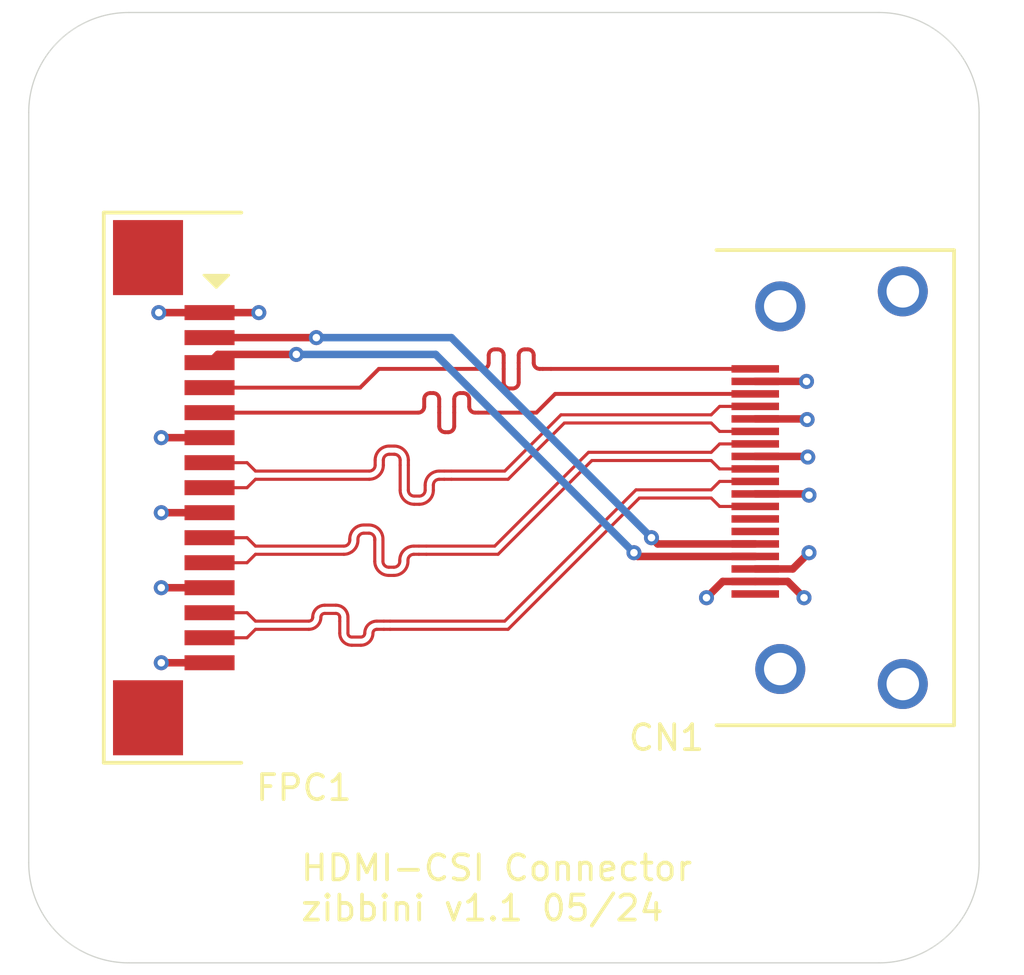
<source format=kicad_pcb>
(kicad_pcb (version 20240108) (generator "pcbnew") (generator_version "8.0")
  (layers (0 "F.Cu" signal) (1 "In1.Cu" power) (2 "In2.Cu" power) (31 "B.Cu" signal) (34 "B.Paste" user) (35 "F.Paste" user) (36 "B.SilkS" user "B.Silkscreen") (37 "F.SilkS" user "F.Silkscreen") (38 "B.Mask" user) (39 "F.Mask" user) (44 "Edge.Cuts" user))
  (net 0 "")
  (net 1 "/CAM_D0_N")
  (net 2 "GND")
  (net 3 "/CAM_D1_N")
  (net 4 "/CAM_CK_N")
  (net 5 "/CAM_SDA")
  (net 6 "+3.3V")
  (net 7 "/CAM_IO1")
  (net 8 "/CAM_D1_P")
  (net 9 "/CAM_CK_P")
  (net 10 "/CAM_D0_P")
  (net 11 "/CAM_SCL")
  (net 12 "/CAM_IO0")
  (footprint "jlcpcb:FPC-SMD_X10B25U15T" (layer "F.Cu") (at 156 69 -90)
    (property "Reference" "FPC1" (at 12 -5 180) (layer "F.SilkS"))
    (property "Value" "X10B25U15T" (hide yes))
    (fp_line (start -11 3) (end 11 3) (stroke (width 0.15)) (layer "F.SilkS"))
    (fp_line (start 11 3) (end 11 -2.5) (stroke (width 0.15)) (layer "F.SilkS"))
    (fp_line (start -11 -2.5) (end -11 3) (stroke (width 0.15)) (layer "F.SilkS"))
    (fp_poly (pts (xy -8.5 -2) (xy -8 -1.5) (xy -8.5 -1)) (stroke (width 0.1)) (fill solid) (layer "F.SilkS"))
    (pad "1" smd rect (at -7 -1.23 270) (size 0.6 2) (layers "F.Cu" "F.Paste" "F.Mask") (net 6 "+3.3V"))
    (pad "2" smd rect (at -6 -1.23 270) (size 0.6 2) (layers "F.Cu" "F.Paste" "F.Mask") (net 5 "/CAM_SDA"))
    (pad "3" smd rect (at -5 -1.23 270) (size 0.6 2) (layers "F.Cu" "F.Paste" "F.Mask") (net 11 "/CAM_SCL"))
    (pad "4" smd rect (at -4 -1.23 270) (size 0.6 2) (layers "F.Cu" "F.Paste" "F.Mask") (net 7 "/CAM_IO1"))
    (pad "5" smd rect (at -3 -1.23 270) (size 0.6 2) (layers "F.Cu" "F.Paste" "F.Mask") (net 12 "/CAM_IO0"))
    (pad "6" smd rect (at -2 -1.23 270) (size 0.6 2) (layers "F.Cu" "F.Paste" "F.Mask") (net 2 "GND"))
    (pad "7" smd rect (at -1 -1.23 270) (size 0.6 2) (layers "F.Cu" "F.Paste" "F.Mask") (net 9 "/CAM_CK_P"))
    (pad "8" smd rect (at 0 -1.23 270) (size 0.6 2) (layers "F.Cu" "F.Paste" "F.Mask") (net 4 "/CAM_CK_N"))
    (pad "9" smd rect (at 1 -1.23 270) (size 0.6 2) (layers "F.Cu" "F.Paste" "F.Mask") (net 2 "GND"))
    (pad "10" smd rect (at 2 -1.23 270) (size 0.6 2) (layers "F.Cu" "F.Paste" "F.Mask") (net 8 "/CAM_D1_P"))
    (pad "11" smd rect (at 3 -1.23 270) (size 0.6 2) (layers "F.Cu" "F.Paste" "F.Mask") (net 3 "/CAM_D1_N"))
    (pad "12" smd rect (at 4 -1.23 270) (size 0.6 2) (layers "F.Cu" "F.Paste" "F.Mask") (net 2 "GND"))
    (pad "13" smd rect (at 5 -1.23 270) (size 0.6 2) (layers "F.Cu" "F.Paste" "F.Mask") (net 10 "/CAM_D0_P"))
    (pad "14" smd rect (at 6 -1.23 270) (size 0.6 2) (layers "F.Cu" "F.Paste" "F.Mask") (net 1 "/CAM_D0_N"))
    (pad "15" smd rect (at 7 -1.23 270) (size 0.6 2) (layers "F.Cu" "F.Paste" "F.Mask") (net 2 "GND"))
    (pad "16" smd rect (at 9.2 1.23 270) (size 3 2.8) (layers "F.Cu" "F.Paste" "F.Mask"))
    (pad "17" smd rect (at -9.2 1.23 270) (size 3 2.8) (layers "F.Cu" "F.Paste" "F.Mask"))
  )
  (footprint "jlcpcb:HDMI-SMD_10029449-001RLF" (layer "F.Cu") (at 182 69 90)
    (property "Reference" "CN1" (at -10 -6.5 0) (layer "F.SilkS"))
    (property "Value" "10029449-111RLF")
    (fp_line (start 9.5 -4.5) (end 9.5 5) (stroke (width 0.15)) (layer "F.SilkS"))
    (fp_line (start -9.5 -4.5) (end -9.5 5) (stroke (width 0.15)) (layer "F.SilkS"))
    (fp_line (start -9.5 5) (end 9.5 5) (stroke (width 0.15)) (layer "F.SilkS"))
    (pad "1" smd rect (at 4.75 -2.95 270) (size 0.3 1.9) (layers "F.Cu" "F.Paste" "F.Mask") (net 7 "/CAM_IO1"))
    (pad "2" smd rect (at 4.25 -2.95 270) (size 0.3 1.9) (layers "F.Cu" "F.Paste" "F.Mask") (net 2 "GND"))
    (pad "3" smd rect (at 3.75 -2.95 270) (size 0.3 1.9) (layers "F.Cu" "F.Paste" "F.Mask") (net 12 "/CAM_IO0"))
    (pad "4" smd rect (at 3.25 -2.95 270) (size 0.3 1.9) (layers "F.Cu" "F.Paste" "F.Mask") (net 9 "/CAM_CK_P"))
    (pad "5" smd rect (at 2.75 -2.95 270) (size 0.3 1.9) (layers "F.Cu" "F.Paste" "F.Mask") (net 2 "GND"))
    (pad "6" smd rect (at 2.25 -2.95 270) (size 0.3 1.9) (layers "F.Cu" "F.Paste" "F.Mask") (net 4 "/CAM_CK_N"))
    (pad "7" smd rect (at 1.75 -2.95 270) (size 0.3 1.9) (layers "F.Cu" "F.Paste" "F.Mask") (net 8 "/CAM_D1_P"))
    (pad "8" smd rect (at 1.25 -2.95 270) (size 0.3 1.9) (layers "F.Cu" "F.Paste" "F.Mask") (net 2 "GND"))
    (pad "9" smd rect (at 0.75 -2.95 270) (size 0.3 1.9) (layers "F.Cu" "F.Paste" "F.Mask") (net 3 "/CAM_D1_N"))
    (pad "10" smd rect (at 0.25 -2.95 270) (size 0.3 1.9) (layers "F.Cu" "F.Paste" "F.Mask") (net 10 "/CAM_D0_P"))
    (pad "11" smd rect (at -0.25 -2.95 270) (size 0.3 1.9) (layers "F.Cu" "F.Paste" "F.Mask") (net 2 "GND"))
    (pad "12" smd rect (at -0.75 -2.95 270) (size 0.3 1.9) (layers "F.Cu" "F.Paste" "F.Mask") (net 1 "/CAM_D0_N"))
    (pad "13" smd rect (at -1.25 -2.95 270) (size 0.3 1.9) (layers "F.Cu" "F.Paste" "F.Mask"))
    (pad "14" smd rect (at -1.75 -2.95 270) (size 0.3 1.9) (layers "F.Cu" "F.Paste" "F.Mask"))
    (pad "15" smd rect (at -2.25 -2.95 270) (size 0.3 1.9) (layers "F.Cu" "F.Paste" "F.Mask") (net 5 "/CAM_SDA"))
    (pad "16" smd rect (at -2.75 -2.95 270) (size 0.3 1.9) (layers "F.Cu" "F.Paste" "F.Mask") (net 11 "/CAM_SCL"))
    (pad "17" smd rect (at -3.25 -2.95 270) (size 0.3 1.9) (layers "F.Cu" "F.Paste" "F.Mask") (net 2 "GND"))
    (pad "18" smd rect (at -3.75 -2.95 270) (size 0.3 1.9) (layers "F.Cu" "F.Paste" "F.Mask") (net 6 "+3.3V"))
    (pad "19" smd rect (at -4.25 -2.95 270) (size 0.3 1.9) (layers "F.Cu" "F.Paste" "F.Mask"))
    (pad "20" thru_hole circle (at -7.85 2.95 270) (size 2 2) (drill 1.300023) (layers "*.Cu" "*.Mask") (net 2 "GND"))
    (pad "20" thru_hole circle (at -7.25 -1.95 270) (size 2 2) (drill 1.300023) (layers "*.Cu" "*.Mask") (net 2 "GND"))
    (pad "20" thru_hole circle (at 7.25 -1.95 270) (size 2 2) (drill 1.300023) (layers "*.Cu" "*.Mask") (net 2 "GND"))
    (pad "20" thru_hole circle (at 7.85 2.95 270) (size 2 2) (drill 1.300023) (layers "*.Cu" "*.Mask") (net 2 "GND"))
  )
  (footprint "MountingHole:MountingHole_2.1mm" (layer "F.Cu") (at 184 54)
    (property "Reference" "H2" (hide yes))
    (property "Value" "MountingHole")
    (pad "" np_thru_hole circle (at 0 0) (size 2.1 2.1) (drill 2.1) (layers "*.Cu" "*.Mask"))
  )
  (footprint "MountingHole:MountingHole_2.1mm" (layer "F.Cu") (at 184 84)
    (property "Reference" "H3" (hide yes))
    (property "Value" "MountingHole")
    (pad "" np_thru_hole circle (at 0 0) (size 2.1 2.1) (drill 2.1) (layers "*.Cu" "*.Mask"))
  )
  (footprint "MountingHole:MountingHole_2.1mm" (layer "F.Cu") (at 154 54)
    (property "Reference" "H1" (hide yes))
    (property "Value" "MountingHole")
    (pad "" np_thru_hole circle (at 0 0) (size 2.1 2.1) (drill 2.1) (layers "*.Cu" "*.Mask"))
  )
  (footprint "MountingHole:MountingHole_2.1mm" (layer "F.Cu") (at 154 84)
    (property "Reference" "H4" (hide yes))
    (property "Value" "MountingHole")
    (pad "" np_thru_hole circle (at 0 0) (size 2.1 2.1) (drill 2.1) (layers "*.Cu" "*.Mask"))
  )
  (gr_line (start 188 84) (end 188 54) (stroke (width 0.05)) (layer "Edge.Cuts"))
  (gr_arc (start 184 50) (mid 186.828427 51.171573) (end 188 54) (stroke (width 0.05)) (layer "Edge.Cuts"))
  (gr_arc (start 188 84) (mid 186.828427 86.828427) (end 184 88) (stroke (width 0.05)) (layer "Edge.Cuts"))
  (gr_line (start 150 84) (end 150 54) (stroke (width 0.05)) (layer "Edge.Cuts"))
  (gr_line (start 154 50) (end 184 50) (stroke (width 0.05)) (layer "Edge.Cuts"))
  (gr_arc (start 154 88) (mid 151.171573 86.828427) (end 150 84) (stroke (width 0.05)) (layer "Edge.Cuts"))
  (gr_arc (start 150 54) (mid 151.171573 51.171573) (end 154 50) (stroke (width 0.05)) (layer "Edge.Cuts"))
  (gr_line (start 184 88) (end 154 88) (stroke (width 0.05)) (layer "Edge.Cuts"))
  (gr_text "HDMI-CSI Connector\nzibbini v1.1 05/24" (at 160.8 86.4 0) (layer "F.SilkS") (effects (font (size 1 1)) (justify left bottom)))
  (segment (start 162.4364 74.3364) (end 162.4364 74.818302) (width 0.124) (layer "F.Cu") (net 1))
  (segment (start 162.4364 74.181698) (end 162.4364 74.3364) (width 0.124) (layer "F.Cu") (net 1))
  (segment (start 177.624999 69.75) (end 179.05 69.75) (width 0.124) (layer "F.Cu") (net 1))
  (segment (start 177.288599 69.4136) (end 177.624999 69.75) (width 0.124) (layer "F.Cu") (net 1))
  (segment (start 169.167766 74.6636) (end 174.417766 69.4136) (width 0.124) (layer "F.Cu") (net 1))
  (segment (start 163.918302 74.6636) (end 164.2 74.6636) (width 0.124) (layer "F.Cu") (net 1))
  (segment (start 164.452139 74.6636) (end 169.167766 74.6636) (width 0.124) (layer "F.Cu") (net 1))
  (segment (start 174.417766 69.4136) (end 177.288599 69.4136) (width 0.124) (layer "F.Cu") (net 1))
  (segment (start 161.836604 74.026996) (end 162.281698 74.026996) (width 0.124) (layer "F.Cu") (net 1))
  (segment (start 159.066401 74.6636) (end 161.2 74.6636) (width 0.124) (layer "F.Cu") (net 1))
  (segment (start 157.23 75) (end 158.730001 75) (width 0.124) (layer "F.Cu") (net 1))
  (segment (start 162.918302 75.300204) (end 163.281698 75.300204) (width 0.124) (layer "F.Cu") (net 1))
  (segment (start 158.730001 75) (end 159.066401 74.6636) (width 0.124) (layer "F.Cu") (net 1))
  (segment (start 164.2 74.6636) (end 164.452139 74.6636) (width 0.124) (layer "F.Cu") (net 1))
  (arc (start 163.281698 75.300204) (mid 163.622454 75.159058) (end 163.7636 74.818302) (width 0.124) (layer "F.Cu") (net 1))
  (arc (start 161.681902 74.181698) (mid 161.727213 74.072307) (end 161.836604 74.026996) (width 0.124) (layer "F.Cu") (net 1))
  (arc (start 161.2 74.6636) (mid 161.540756 74.522454) (end 161.681902 74.181698) (width 0.124) (layer "F.Cu") (net 1))
  (arc (start 162.281698 74.026996) (mid 162.391089 74.072307) (end 162.4364 74.181698) (width 0.124) (layer "F.Cu") (net 1))
  (arc (start 162.4364 74.818302) (mid 162.577546 75.159058) (end 162.918302 75.300204) (width 0.124) (layer "F.Cu") (net 1))
  (arc (start 163.7636 74.818302) (mid 163.808911 74.708911) (end 163.918302 74.6636) (width 0.124) (layer "F.Cu") (net 1))
  (segment (start 157.23 73) (end 155.3 73) (width 0.3) (layer "F.Cu") (net 2))
  (segment (start 181.1 66.25) (end 181.125 66.275) (width 0.3) (layer "F.Cu") (net 2))
  (segment (start 179.05 64.75) (end 181.1 64.75) (width 0.3) (layer "F.Cu") (net 2))
  (segment (start 179.05 67.75) (end 181.125 67.75) (width 0.3) (layer "F.Cu") (net 2))
  (segment (start 181.15 69.25) (end 181.2 69.3) (width 0.3) (layer "F.Cu") (net 2))
  (segment (start 179.05 69.25) (end 181.15 69.25) (width 0.3) (layer "F.Cu") (net 2))
  (segment (start 179.05 72.25) (end 180.55 72.25) (width 0.3) (layer "F.Cu") (net 2))
  (segment (start 157.23 67) (end 155.3 67) (width 0.3) (layer "F.Cu") (net 2))
  (segment (start 181.125 67.75) (end 181.15 67.775) (width 0.3) (layer "F.Cu") (net 2))
  (segment (start 157.23 70) (end 155.3 70) (width 0.3) (layer "F.Cu") (net 2))
  (segment (start 179.05 66.25) (end 181.1 66.25) (width 0.3) (layer "F.Cu") (net 2))
  (segment (start 157.23 76) (end 155.3 76) (width 0.3) (layer "F.Cu") (net 2))
  (segment (start 180.55 72.25) (end 181.2 71.6) (width 0.3) (layer "F.Cu") (net 2))
  (via (at 155.3 76) (size 0.6) (drill 0.3) (layers "F.Cu" "B.Cu") (net 2))
  (via (at 181.15 67.775) (size 0.6) (drill 0.3) (layers "F.Cu" "B.Cu") (net 2))
  (via (at 181.125 66.275) (size 0.6) (drill 0.3) (layers "F.Cu" "B.Cu") (net 2))
  (via (at 181.2 71.6) (size 0.6) (drill 0.3) (layers "F.Cu" "B.Cu") (net 2))
  (via (at 155.3 70) (size 0.6) (drill 0.3) (layers "F.Cu" "B.Cu") (net 2))
  (via (at 155.3 67) (size 0.6) (drill 0.3) (layers "F.Cu" "B.Cu") (net 2))
  (via (at 181.1 64.75) (size 0.6) (drill 0.3) (layers "F.Cu" "B.Cu") (net 2))
  (via (at 155.3 73) (size 0.6) (drill 0.3) (layers "F.Cu" "B.Cu") (net 2))
  (via (at 181.2 69.3) (size 0.6) (drill 0.3) (layers "F.Cu" "B.Cu") (net 2))
  (segment (start 165.1636 71.944539) (end 165.1636 71.9) (width 0.124) (layer "F.Cu") (net 3))
  (segment (start 168.767766 71.6636) (end 172.517766 67.9136) (width 0.124) (layer "F.Cu") (net 3))
  (segment (start 157.23 72) (end 158.730001 72) (width 0.124) (layer "F.Cu") (net 3))
  (segment (start 177.624999 68.25) (end 179.05 68.25) (width 0.124) (layer "F.Cu") (net 3))
  (segment (start 163.8364 71.055476) (end 163.8364 71.1) (width 0.124) (layer "F.Cu") (net 3))
  (segment (start 159.066401 71.6636) (end 162.6 71.6636) (width 0.124) (layer "F.Cu") (net 3))
  (segment (start 163.8364 71.1) (end 163.8364 71.944539) (width 0.124) (layer "F.Cu") (net 3))
  (segment (start 165.4 71.6636) (end 165.6 71.6636) (width 0.124) (layer "F.Cu") (net 3))
  (segment (start 158.730001 72) (end 159.066401 71.6636) (width 0.124) (layer "F.Cu") (net 3))
  (segment (start 165.9 71.6636) (end 168.767766 71.6636) (width 0.124) (layer "F.Cu") (net 3))
  (segment (start 163.4 70.819076) (end 163.6 70.819076) (width 0.124) (layer "F.Cu") (net 3))
  (segment (start 164.4 72.508139) (end 164.6 72.508139) (width 0.124) (layer "F.Cu") (net 3))
  (segment (start 177.288599 67.9136) (end 177.624999 68.25) (width 0.124) (layer "F.Cu") (net 3))
  (segment (start 172.517766 67.9136) (end 177.288599 67.9136) (width 0.124) (layer "F.Cu") (net 3))
  (segment (start 163.1636 71.1) (end 163.1636 71.055476) (width 0.124) (layer "F.Cu") (net 3))
  (segment (start 165.6 71.6636) (end 165.9 71.6636) (width 0.124) (layer "F.Cu") (net 3))
  (arc (start 165.1636 71.9) (mid 165.23284 71.73284) (end 165.4 71.6636) (width 0.124) (layer "F.Cu") (net 3))
  (arc (start 163.8364 71.944539) (mid 164.001475 72.343064) (end 164.4 72.508139) (width 0.124) (layer "F.Cu") (net 3))
  (arc (start 163.6 70.819076) (mid 163.76716 70.888316) (end 163.8364 71.055476) (width 0.124) (layer "F.Cu") (net 3))
  (arc (start 163.1636 71.055476) (mid 163.23284 70.888316) (end 163.4 70.819076) (width 0.124) (layer "F.Cu") (net 3))
  (arc (start 162.6 71.6636) (mid 162.998525 71.498525) (end 163.1636 71.1) (width 0.124) (layer "F.Cu") (net 3))
  (arc (start 164.6 72.508139) (mid 164.998525 72.343064) (end 165.1636 71.944539) (width 0.124) (layer "F.Cu") (net 3))
  (segment (start 164.851899 67.900148) (end 164.851899 68.1) (width 0.124) (layer "F.Cu") (net 4))
  (segment (start 169.167766 68.6636) (end 171.417766 66.4136) (width 0.124) (layer "F.Cu") (net 4))
  (segment (start 166.615499 68.6636) (end 166.9 68.6636) (width 0.124) (layer "F.Cu") (net 4))
  (segment (start 166.415499 68.6636) (end 166.615499 68.6636) (width 0.124) (layer "F.Cu") (net 4))
  (segment (start 166.179099 69.09985) (end 166.179099 68.9) (width 0.124) (layer "F.Cu") (net 4))
  (segment (start 177.624999 66.75) (end 179.05 66.75) (width 0.124) (layer "F.Cu") (net 4))
  (segment (start 177.288599 66.4136) (end 177.624999 66.75) (width 0.124) (layer "F.Cu") (net 4))
  (segment (start 166.9 68.6636) (end 169.167766 68.6636) (width 0.124) (layer "F.Cu") (net 4))
  (segment (start 164.415499 67.663748) (end 164.615499 67.663748) (width 0.124) (layer "F.Cu") (net 4))
  (segment (start 159.066401 68.6636) (end 163.615499 68.6636) (width 0.124) (layer "F.Cu") (net 4))
  (segment (start 164.851899 68.1) (end 164.851899 69.09985) (width 0.124) (layer "F.Cu") (net 4))
  (segment (start 164.179099 68.1) (end 164.179099 67.900148) (width 0.124) (layer "F.Cu") (net 4))
  (segment (start 158.730001 69) (end 159.066401 68.6636) (width 0.124) (layer "F.Cu") (net 4))
  (segment (start 171.417766 66.4136) (end 177.288599 66.4136) (width 0.124) (layer "F.Cu") (net 4))
  (segment (start 165.415499 69.66345) (end 165.615499 69.66345) (width 0.124) (layer "F.Cu") (net 4))
  (segment (start 157.23 69) (end 158.730001 69) (width 0.124) (layer "F.Cu") (net 4))
  (arc (start 166.179099 68.9) (mid 166.248339 68.73284) (end 166.415499 68.6636) (width 0.124) (layer "F.Cu") (net 4))
  (arc (start 165.615499 69.66345) (mid 166.014024 69.498375) (end 166.179099 69.09985) (width 0.124) (layer "F.Cu") (net 4))
  (arc (start 164.851899 69.09985) (mid 165.016974 69.498375) (end 165.415499 69.66345) (width 0.124) (layer "F.Cu") (net 4))
  (arc (start 164.179099 67.900148) (mid 164.248339 67.732988) (end 164.415499 67.663748) (width 0.124) (layer "F.Cu") (net 4))
  (arc (start 163.615499 68.6636) (mid 164.014024 68.498525) (end 164.179099 68.1) (width 0.124) (layer "F.Cu") (net 4))
  (arc (start 164.615499 67.663748) (mid 164.782659 67.732988) (end 164.851899 67.900148) (width 0.124) (layer "F.Cu") (net 4))
  (segment (start 174.9 71) (end 175.15 71.25) (width 0.3) (layer "F.Cu") (net 5))
  (segment (start 175.15 71.25) (end 179.05 71.25) (width 0.3) (layer "F.Cu") (net 5))
  (segment (start 157.23 63) (end 161.5 63) (width 0.3) (layer "F.Cu") (net 5))
  (via (at 174.9 71) (size 0.6) (drill 0.3) (layers "F.Cu" "B.Cu") (net 5))
  (via (at 161.5 63) (size 0.6) (drill 0.3) (layers "F.Cu" "B.Cu") (net 5))
  (segment (start 161.5 63) (end 166.9 63) (width 0.3) (layer "B.Cu") (net 5))
  (segment (start 166.9 63) (end 174.9 71) (width 0.3) (layer "B.Cu") (net 5))
  (segment (start 179.05 72.75) (end 177.75 72.75) (width 0.3) (layer "F.Cu") (net 6))
  (segment (start 157.23 62) (end 159.2 62) (width 0.3) (layer "F.Cu") (net 6))
  (segment (start 179.05 72.75) (end 180.35 72.75) (width 0.3) (layer "F.Cu") (net 6))
  (segment (start 177.75 72.75) (end 177.1 73.4) (width 0.3) (layer "F.Cu") (net 6))
  (segment (start 180.35 72.75) (end 181 73.4) (width 0.3) (layer "F.Cu") (net 6))
  (segment (start 157.23 62) (end 155.2 62) (width 0.3) (layer "F.Cu") (net 6))
  (via (at 155.2 62) (size 0.6) (drill 0.3) (layers "F.Cu" "B.Cu") (net 6))
  (via (at 181 73.4) (size 0.6) (drill 0.3) (layers "F.Cu" "B.Cu") (net 6))
  (via (at 177.1 73.4) (size 0.6) (drill 0.3) (layers "F.Cu" "B.Cu") (net 6))
  (via (at 159.2 62) (size 0.6) (drill 0.3) (layers "F.Cu" "B.Cu") (net 6))
  (segment (start 170.883043 64.25) (end 179.05 64.25) (width 0.1565) (layer "F.Cu") (net 7))
  (segment (start 170.55206 64.25) (end 170.883043 64.25) (width 0.1565) (layer "F.Cu") (net 7))
  (segment (start 170.19206 63.707799) (end 170.19206 64.01) (width 0.1565) (layer "F.Cu") (net 7))
  (segment (start 169.59206 64.01) (end 169.59206 63.707799) (width 0.1565) (layer "F.Cu") (net 7))
  (segment (start 169.23206 65.032177) (end 169.35206 65.032177) (width 0.1565) (layer "F.Cu") (net 7))
  (segment (start 168.99206 63.707799) (end 168.99206 64.01) (width 0.1565) (layer "F.Cu") (net 7))
  (segment (start 168.63206 63.467799) (end 168.75206 63.467799) (width 0.1565) (layer "F.Cu") (net 7))
  (segment (start 169.59206 64.792177) (end 169.59206 64.25) (width 0.1565) (layer "F.Cu") (net 7))
  (segment (start 169.83206 63.467799) (end 169.95206 63.467799) (width 0.1565) (layer "F.Cu") (net 7))
  (segment (start 168.39206 64.01) (end 168.39206 63.707799) (width 0.1565) (layer "F.Cu") (net 7))
  (segment (start 164 64.25) (end 168.15206 64.25) (width 0.1565) (layer "F.Cu") (net 7))
  (segment (start 168.99206 64.25) (end 168.99206 64.792177) (width 0.1565) (layer "F.Cu") (net 7))
  (segment (start 169.59206 64.25) (end 169.59206 64.01) (width 0.1565) (layer "F.Cu") (net 7))
  (segment (start 157.23 65) (end 163.25 65) (width 0.1565) (layer "F.Cu") (net 7))
  (segment (start 168.99206 64.01) (end 168.99206 64.25) (width 0.1565) (layer "F.Cu") (net 7))
  (segment (start 163.25 65) (end 164 64.25) (width 0.1565) (layer "F.Cu") (net 7))
  (segment (start 170.43206 64.25) (end 170.55206 64.25) (width 0.1565) (layer "F.Cu") (net 7))
  (arc (start 169.95206 63.467799) (mid 170.121766 63.538093) (end 170.19206 63.707799) (width 0.1565) (layer "F.Cu") (net 7))
  (arc (start 168.75206 63.467799) (mid 168.921766 63.538093) (end 168.99206 63.707799) (width 0.1565) (layer "F.Cu") (net 7))
  (arc (start 170.19206 64.01) (mid 170.262354 64.179706) (end 170.43206 64.25) (width 0.1565) (layer "F.Cu") (net 7))
  (arc (start 168.39206 63.707799) (mid 168.462354 63.538093) (end 168.63206 63.467799) (width 0.1565) (layer "F.Cu") (net 7))
  (arc (start 169.35206 65.032177) (mid 169.521766 64.961883) (end 169.59206 64.792177) (width 0.1565) (layer "F.Cu") (net 7))
  (arc (start 169.59206 63.707799) (mid 169.662354 63.538093) (end 169.83206 63.467799) (width 0.1565) (layer "F.Cu") (net 7))
  (arc (start 168.15206 64.25) (mid 168.321766 64.179706) (end 168.39206 64.01) (width 0.1565) (layer "F.Cu") (net 7))
  (arc (start 168.99206 64.792177) (mid 169.062354 64.961883) (end 169.23206 65.032177) (width 0.1565) (layer "F.Cu") (net 7))
  (segment (start 164.1636 71.055476) (end 164.1636 71.1) (width 0.124) (layer "F.Cu") (net 8))
  (segment (start 168.632234 71.3364) (end 172.382234 67.5864) (width 0.124) (layer "F.Cu") (net 8))
  (segment (start 158.730001 71) (end 159.066401 71.3364) (width 0.124) (layer "F.Cu") (net 8))
  (segment (start 164.8364 71.944539) (end 164.8364 71.9) (width 0.124) (layer "F.Cu") (net 8))
  (segment (start 165.4 71.3364) (end 165.6 71.3364) (width 0.124) (layer "F.Cu") (net 8))
  (segment (start 165.6 71.3364) (end 165.9 71.3364) (width 0.124) (layer "F.Cu") (net 8))
  (segment (start 165.9 71.3364) (end 168.632234 71.3364) (width 0.124) (layer "F.Cu") (net 8))
  (segment (start 159.066401 71.3364) (end 162.6 71.3364) (width 0.124) (layer "F.Cu") (net 8))
  (segment (start 164.4 72.180939) (end 164.6 72.180939) (width 0.124) (layer "F.Cu") (net 8))
  (segment (start 164.1636 71.1) (end 164.1636 71.944539) (width 0.124) (layer "F.Cu") (net 8))
  (segment (start 177.624999 67.25) (end 179.05 67.25) (width 0.124) (layer "F.Cu") (net 8))
  (segment (start 162.8364 71.1) (end 162.8364 71.055476) (width 0.124) (layer "F.Cu") (net 8))
  (segment (start 177.288599 67.5864) (end 177.624999 67.25) (width 0.124) (layer "F.Cu") (net 8))
  (segment (start 157.23 71) (end 158.730001 71) (width 0.124) (layer "F.Cu") (net 8))
  (segment (start 163.4 70.491876) (end 163.6 70.491876) (width 0.124) (layer "F.Cu") (net 8))
  (segment (start 172.382234 67.5864) (end 177.288599 67.5864) (width 0.124) (layer "F.Cu") (net 8))
  (arc (start 164.8364 71.9) (mid 165.001475 71.501475) (end 165.4 71.3364) (width 0.124) (layer "F.Cu") (net 8))
  (arc (start 163.6 70.491876) (mid 163.998525 70.656951) (end 164.1636 71.055476) (width 0.124) (layer "F.Cu") (net 8))
  (arc (start 164.6 72.180939) (mid 164.76716 72.111699) (end 164.8364 71.944539) (width 0.124) (layer "F.Cu") (net 8))
  (arc (start 162.6 71.3364) (mid 162.76716 71.26716) (end 162.8364 71.1) (width 0.124) (layer "F.Cu") (net 8))
  (arc (start 164.1636 71.944539) (mid 164.23284 72.111699) (end 164.4 72.180939) (width 0.124) (layer "F.Cu") (net 8))
  (arc (start 162.8364 71.055476) (mid 163.001475 70.656951) (end 163.4 70.491876) (width 0.124) (layer "F.Cu") (net 8))
  (segment (start 165.179099 67.900148) (end 165.179099 68.1) (width 0.124) (layer "F.Cu") (net 9))
  (segment (start 177.288599 66.0864) (end 177.624999 65.75) (width 0.124) (layer "F.Cu") (net 9))
  (segment (start 163.851899 68.1) (end 163.851899 67.900148) (width 0.124) (layer "F.Cu") (net 9))
  (segment (start 165.851899 69.09985) (end 165.851899 68.9) (width 0.124) (layer "F.Cu") (net 9))
  (segment (start 158.730001 68) (end 159.066401 68.3364) (width 0.124) (layer "F.Cu") (net 9))
  (segment (start 165.415499 69.33625) (end 165.615499 69.33625) (width 0.124) (layer "F.Cu") (net 9))
  (segment (start 165.179099 68.1) (end 165.179099 69.09985) (width 0.124) (layer "F.Cu") (net 9))
  (segment (start 166.9 68.3364) (end 169.032234 68.3364) (width 0.124) (layer "F.Cu") (net 9))
  (segment (start 164.415499 67.336548) (end 164.615499 67.336548) (width 0.124) (layer "F.Cu") (net 9))
  (segment (start 159.066401 68.3364) (end 163.615499 68.3364) (width 0.124) (layer "F.Cu") (net 9))
  (segment (start 166.415499 68.3364) (end 166.615499 68.3364) (width 0.124) (layer "F.Cu") (net 9))
  (segment (start 157.23 68) (end 158.730001 68) (width 0.124) (layer "F.Cu") (net 9))
  (segment (start 169.032234 68.3364) (end 171.282234 66.0864) (width 0.124) (layer "F.Cu") (net 9))
  (segment (start 166.615499 68.3364) (end 166.9 68.3364) (width 0.124) (layer "F.Cu") (net 9))
  (segment (start 171.282234 66.0864) (end 177.288599 66.0864) (width 0.124) (layer "F.Cu") (net 9))
  (segment (start 177.624999 65.75) (end 179.05 65.75) (width 0.124) (layer "F.Cu") (net 9))
  (arc (start 164.615499 67.336548) (mid 165.014024 67.501623) (end 165.179099 67.900148) (width 0.124) (layer "F.Cu") (net 9))
  (arc (start 165.179099 69.09985) (mid 165.248339 69.26701) (end 165.415499 69.33625) (width 0.124) (layer "F.Cu") (net 9))
  (arc (start 165.615499 69.33625) (mid 165.782659 69.26701) (end 165.851899 69.09985) (width 0.124) (layer "F.Cu") (net 9))
  (arc (start 163.615499 68.3364) (mid 163.782659 68.26716) (end 163.851899 68.1) (width 0.124) (layer "F.Cu") (net 9))
  (arc (start 163.851899 67.900148) (mid 164.016974 67.501623) (end 164.415499 67.336548) (width 0.124) (layer "F.Cu") (net 9))
  (arc (start 165.851899 68.9) (mid 166.016974 68.501475) (end 166.415499 68.3364) (width 0.124) (layer "F.Cu") (net 9))
  (segment (start 169.032234 74.3364) (end 174.282234 69.0864) (width 0.124) (layer "F.Cu") (net 10))
  (segment (start 161.836604 73.699796) (end 162.281698 73.699796) (width 0.124) (layer "F.Cu") (net 10))
  (segment (start 164.452139 74.3364) (end 169.032234 74.3364) (width 0.124) (layer "F.Cu") (net 10))
  (segment (start 177.624999 68.75) (end 179.05 68.75) (width 0.124) (layer "F.Cu") (net 10))
  (segment (start 157.23 74) (end 158.730001 74) (width 0.124) (layer "F.Cu") (net 10))
  (segment (start 163.918302 74.3364) (end 164.2 74.3364) (width 0.124) (layer "F.Cu") (net 10))
  (segment (start 174.282234 69.0864) (end 177.288599 69.0864) (width 0.124) (layer "F.Cu") (net 10))
  (segment (start 177.288599 69.0864) (end 177.624999 68.75) (width 0.124) (layer "F.Cu") (net 10))
  (segment (start 159.066401 74.3364) (end 161.2 74.3364) (width 0.124) (layer "F.Cu") (net 10))
  (segment (start 164.2 74.3364) (end 164.452139 74.3364) (width 0.124) (layer "F.Cu") (net 10))
  (segment (start 162.7636 74.3364) (end 162.7636 74.818302) (width 0.124) (layer "F.Cu") (net 10))
  (segment (start 162.918302 74.973004) (end 163.281698 74.973004) (width 0.124) (layer "F.Cu") (net 10))
  (segment (start 158.730001 74) (end 159.066401 74.3364) (width 0.124) (layer "F.Cu") (net 10))
  (segment (start 162.7636 74.181698) (end 162.7636 74.3364) (width 0.124) (layer "F.Cu") (net 10))
  (arc (start 162.7636 74.818302) (mid 162.808911 74.927693) (end 162.918302 74.973004) (width 0.124) (layer "F.Cu") (net 10))
  (arc (start 161.354702 74.181698) (mid 161.495848 73.840942) (end 161.836604 73.699796) (width 0.124) (layer "F.Cu") (net 10))
  (arc (start 161.2 74.3364) (mid 161.309391 74.291089) (end 161.354702 74.181698) (width 0.124) (layer "F.Cu") (net 10))
  (arc (start 163.4364 74.818302) (mid 163.577546 74.477546) (end 163.918302 74.3364) (width 0.124) (layer "F.Cu") (net 10))
  (arc (start 162.281698 73.699796) (mid 162.622454 73.840942) (end 162.7636 74.181698) (width 0.124) (layer "F.Cu") (net 10))
  (arc (start 163.281698 74.973004) (mid 163.391089 74.927693) (end 163.4364 74.818302) (width 0.124) (layer "F.Cu") (net 10))
  (segment (start 174.2 71.6) (end 174.35 71.75) (width 0.3) (layer "F.Cu") (net 11))
  (segment (start 157.55825 63.67175) (end 160.7 63.67175) (width 0.3) (layer "F.Cu") (net 11))
  (segment (start 174.35 71.75) (end 179.05 71.75) (width 0.3) (layer "F.Cu") (net 11))
  (segment (start 157.23 64) (end 157.55825 63.67175) (width 0.3) (layer "F.Cu") (net 11))
  (via (at 160.7 63.67175) (size 0.6) (drill 0.3) (layers "F.Cu" "B.Cu") (net 11))
  (via (at 174.2 71.6) (size 0.6) (drill 0.3) (layers "F.Cu" "B.Cu") (net 11))
  (segment (start 160.7 63.67175) (end 166.27175 63.67175) (width 0.3) (layer "B.Cu") (net 11))
  (segment (start 166.27175 63.67175) (end 174.2 71.6) (width 0.3) (layer "B.Cu") (net 11))
  (segment (start 166.05323 65.21775) (end 166.17323 65.21775) (width 0.1565) (layer "F.Cu") (net 12))
  (segment (start 157.23 66) (end 165.57323 66) (width 0.1565) (layer "F.Cu") (net 12))
  (segment (start 171.05 65.25) (end 179.05 65.25) (width 0.1565) (layer "F.Cu") (net 12))
  (segment (start 166.65323 66.782274) (end 166.77323 66.782274) (width 0.1565) (layer "F.Cu") (net 12))
  (segment (start 167.01323 65.76) (end 167.01323 65.45775) (width 0.1565) (layer "F.Cu") (net 12))
  (segment (start 166.41323 66) (end 166.41323 66.542274) (width 0.1565) (layer "F.Cu") (net 12))
  (segment (start 167.01323 66.542274) (end 167.01323 66) (width 0.1565) (layer "F.Cu") (net 12))
  (segment (start 168.4 66) (end 170.3 66) (width 0.1565) (layer "F.Cu") (net 12))
  (segment (start 167.85323 66) (end 167.97323 66) (width 0.1565) (layer "F.Cu") (net 12))
  (segment (start 170.3 66) (end 171.05 65.25) (width 0.1565) (layer "F.Cu") (net 12))
  (segment (start 167.01323 66) (end 167.01323 65.76) (width 0.1565) (layer "F.Cu") (net 12))
  (segment (start 165.81323 65.76) (end 165.81323 65.45775) (width 0.1565) (layer "F.Cu") (net 12))
  (segment (start 167.25323 65.21775) (end 167.37323 65.21775) (width 0.1565) (layer "F.Cu") (net 12))
  (segment (start 166.41323 65.45775) (end 166.41323 65.76) (width 0.1565) (layer "F.Cu") (net 12))
  (segment (start 167.61323 65.45775) (end 167.61323 65.76) (width 0.1565) (layer "F.Cu") (net 12))
  (segment (start 167.97323 66) (end 168.4 66) (width 0.1565) (layer "F.Cu") (net 12))
  (segment (start 166.41323 65.76) (end 166.41323 66) (width 0.1565) (layer "F.Cu") (net 12))
  (arc (start 166.41323 66.542274) (mid 166.483524 66.71198) (end 166.65323 66.782274) (width 0.1565) (layer "F.Cu") (net 12))
  (arc (start 165.81323 65.45775) (mid 165.883524 65.288044) (end 166.05323 65.21775) (width 0.1565) (layer "F.Cu") (net 12))
  (arc (start 167.01323 65.45775) (mid 167.083524 65.288044) (end 167.25323 65.21775) (width 0.1565) (layer "F.Cu") (net 12))
  (arc (start 166.77323 66.782274) (mid 166.942936 66.71198) (end 167.01323 66.542274) (width 0.1565) (layer "F.Cu") (net 12))
  (arc (start 167.61323 65.76) (mid 167.683524 65.929706) (end 167.85323 66) (width 0.1565) (layer "F.Cu") (net 12))
  (arc (start 165.57323 66) (mid 165.742936 65.929706) (end 165.81323 65.76) (width 0.1565) (layer "F.Cu") (net 12))
  (arc (start 167.37323 65.21775) (mid 167.542936 65.288044) (end 167.61323 65.45775) (width 0.1565) (layer "F.Cu") (net 12))
  (arc (start 166.17323 65.21775) (mid 166.342936 65.288044) (end 166.41323 65.45775) (width 0.1565) (layer "F.Cu") (net 12))
)
</source>
